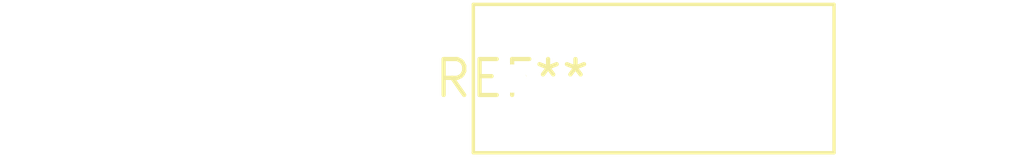
<source format=kicad_pcb>
(kicad_pcb (version 20240108) (generator pcbnew)
  (layers (0 "F.Cu" signal) (31 "B.Cu" signal) (34 "B.Paste" user) (35 "F.Paste" user) (36 "B.SilkS" user "B.Silkscreen") (37 "F.SilkS" user "F.Silkscreen") (38 "B.Mask" user) (39 "F.Mask" user) (44 "Edge.Cuts" user))
  (net 0 "")
  (footprint "C_Disc_D12.5mm_W5.0mm_P10.00mm" (layer "F.Cu") (at 0 0)
    (property "Reference" "REF**")
    (property "Value" "C_Disc_D12.5mm_W5.0mm_P10.00mm")
    (fp_line (start -1.37 -2.62) (end -1.37 2.62) (layer "F.SilkS") (stroke (width 0.12)))
    (fp_line (start -1.37 -2.62) (end 11.37 -2.62) (layer "F.SilkS") (stroke (width 0.12)))
    (fp_line (start -1.37 2.62) (end 11.37 2.62) (layer "F.SilkS") (stroke (width 0.12)))
    (fp_line (start 11.37 -2.62) (end 11.37 2.62) (layer "F.SilkS") (stroke (width 0.12)))
    (pad "1" thru_hole circle (at 0 0) (size 2 2) (drill 1) (layers *.Cu *.Mask) (remove_unused_layers))
    (pad "2" thru_hole circle (at 10 0) (size 2 2) (drill 1) (layers *.Cu *.Mask) (remove_unused_layers))
  )
)
</source>
